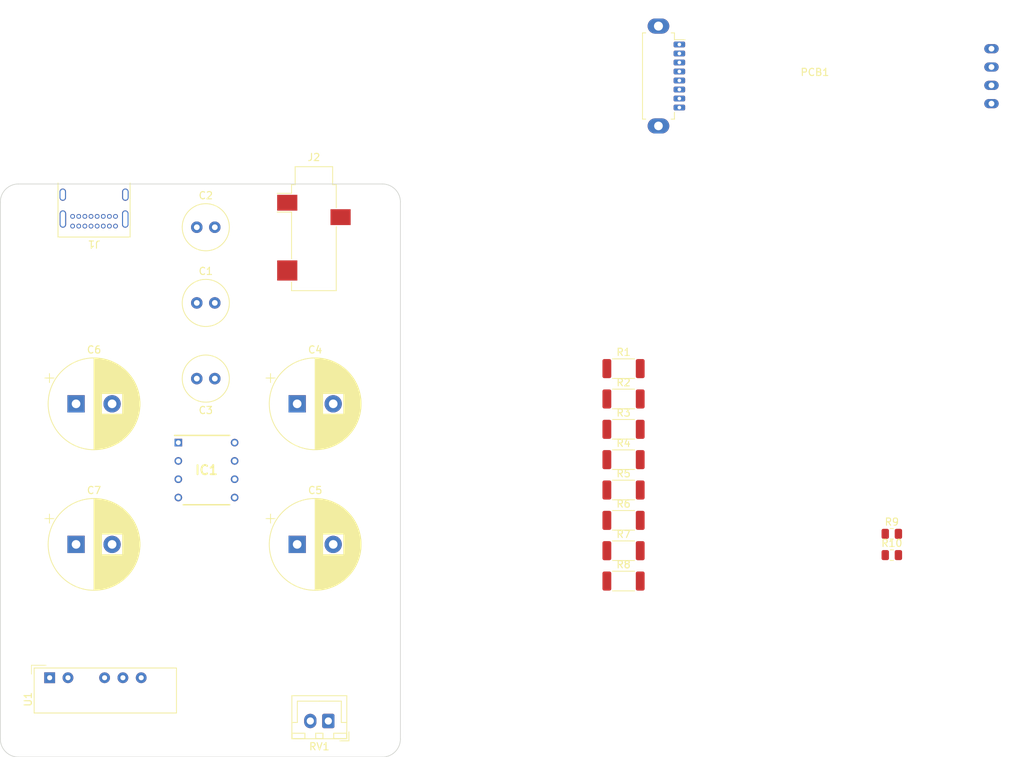
<source format=kicad_pcb>
(kicad_pcb (version 20221018) (generator pcbnew)

  (general
    (thickness 1.6)
  )

  (paper "A4")
  (layers
    (0 "F.Cu" signal)
    (31 "B.Cu" signal)
    (32 "B.Adhes" user "B.Adhesive")
    (33 "F.Adhes" user "F.Adhesive")
    (34 "B.Paste" user)
    (35 "F.Paste" user)
    (36 "B.SilkS" user "B.Silkscreen")
    (37 "F.SilkS" user "F.Silkscreen")
    (38 "B.Mask" user)
    (39 "F.Mask" user)
    (40 "Dwgs.User" user "User.Drawings")
    (41 "Cmts.User" user "User.Comments")
    (42 "Eco1.User" user "User.Eco1")
    (43 "Eco2.User" user "User.Eco2")
    (44 "Edge.Cuts" user)
    (45 "Margin" user)
    (46 "B.CrtYd" user "B.Courtyard")
    (47 "F.CrtYd" user "F.Courtyard")
    (48 "B.Fab" user)
    (49 "F.Fab" user)
    (50 "User.1" user)
    (51 "User.2" user)
    (52 "User.3" user)
    (53 "User.4" user)
    (54 "User.5" user)
    (55 "User.6" user)
    (56 "User.7" user)
    (57 "User.8" user)
    (58 "User.9" user)
  )

  (setup
    (pad_to_mask_clearance 0)
    (pcbplotparams
      (layerselection 0x00010fc_ffffffff)
      (plot_on_all_layers_selection 0x0000000_00000000)
      (disableapertmacros false)
      (usegerberextensions false)
      (usegerberattributes true)
      (usegerberadvancedattributes true)
      (creategerberjobfile true)
      (dashed_line_dash_ratio 12.000000)
      (dashed_line_gap_ratio 3.000000)
      (svgprecision 4)
      (plotframeref false)
      (viasonmask false)
      (mode 1)
      (useauxorigin false)
      (hpglpennumber 1)
      (hpglpenspeed 20)
      (hpglpendiameter 15.000000)
      (dxfpolygonmode true)
      (dxfimperialunits true)
      (dxfusepcbnewfont true)
      (psnegative false)
      (psa4output false)
      (plotreference true)
      (plotvalue true)
      (plotinvisibletext false)
      (sketchpadsonfab false)
      (subtractmaskfromsilk false)
      (outputformat 1)
      (mirror false)
      (drillshape 1)
      (scaleselection 1)
      (outputdirectory "")
    )
  )

  (net 0 "")
  (net 1 "Net-(IC1--IN)")
  (net 2 "Net-(IC1-+IN)")
  (net 3 "Net-(IC1-OUT)")
  (net 4 "Net-(PCB1-audio_in)")
  (net 5 "Net-(IC1-V+)")
  (net 6 "GND")
  (net 7 "Net-(IC1-V-)")
  (net 8 "/USB+")
  (net 9 "/USB-")
  (net 10 "Net-(IC1-RG1)")
  (net 11 "Net-(IC1-RG2)")
  (net 12 "Net-(U1-VOUT+)")
  (net 13 "Net-(U1-VOUT-)")
  (net 14 "Net-(PCB1-USB_D-)")
  (net 15 "Net-(PCB1-USB_D+)")
  (net 16 "Net-(C1-Pad1)")
  (net 17 "Net-(C2-Pad2)")
  (net 18 "Net-(J1-CC1)")
  (net 19 "unconnected-(J1-SBU1-PadA8)")
  (net 20 "Net-(J1-CC2)")
  (net 21 "unconnected-(J1-SBU2-PadB8)")
  (net 22 "unconnected-(J1-SHIELD-PadS1)")

  (footprint "Project_Library:USB Audio Interface" (layer "F.Cu") (at 220.5 35))

  (footprint "Resistor_SMD:R_2010_5025Metric" (layer "F.Cu") (at 186.455 79.825))

  (footprint "Capacitor_THT:CP_Radial_D12.5mm_P5.00mm" (layer "F.Cu") (at 141.176041 80.5))

  (footprint "Capacitor_THT:CP_Radial_D12.5mm_P5.00mm" (layer "F.Cu") (at 110.5 80.5))

  (footprint "Connector_JST:JST_XH_B2B-XH-A_1x02_P2.50mm_Vertical" (layer "F.Cu") (at 145.5 124.5 180))

  (footprint "Resistor_SMD:R_2010_5025Metric" (layer "F.Cu") (at 186.455 92.455))

  (footprint "Resistor_SMD:R_2010_5025Metric" (layer "F.Cu") (at 186.455 88.245))

  (footprint "Connector_Audio:Jack_3.5mm_CUI_SJ-3523-SMT_Horizontal" (layer "F.Cu") (at 143.5 56.2))

  (footprint "Capacitor_THT:CP_Radial_D12.5mm_P5.00mm" (layer "F.Cu") (at 141.176041 100))

  (footprint "Resistor_SMD:R_0805_2012Metric" (layer "F.Cu") (at 223.675 101.485))

  (footprint "Converter_DCDC:Converter_DCDC_Murata_NMAxxxxSC_THT" (layer "F.Cu") (at 106.84 118.5 90))

  (footprint "Capacitor_THT:CP_Radial_D12.5mm_P5.00mm" (layer "F.Cu")
    (tstamp 8ec42702-6c4d-4ba7-9b83-8c49406a84fa)
    (at 110.5 100)
    (descr "CP, Radial series, Radial, pin pitch=5.00mm, , diameter=12.5mm, Electrolytic Capacitor")
    (tags "CP Radial series Radial pin pitch 5.00mm  diameter 12.5mm Electrolytic Capacitor")
    (property "Sheetfile" "diy perks mic.kicad_sch")
    (property "Sheetname" "")
    (property "ki_description" "Polarized capacitor")
    (property "ki_keywords" "cap capacitor")
    (path "/d8403b10-25c5-4e06-8967-255d80670e8e")
    (attr through_hole)
    (fp_text reference "C7" (at 2.5 -7.5) (layer "F.SilkS")
        (effects (font (size 1 1) (thickness 0.15)))
      (tstamp fbc4c5bd-17dd-4a17-9556-1e1a7ab63694)
    )
    (fp_text value "2200uF" (at 2.5 7.5) (layer "F.Fab")
        (effects (font (size 1 1) (thickness 0.15)))
      (tstamp 7757f95d-b3e5-47b0-9bbd-1fd2f690e6dd)
    )
    (fp_text user "${REFERENCE}" (at 2.5 0) (layer "F.Fab")
        (effects (font (size 1 1) (thickness 0.15)))
      (tstamp ac01b175-5a5e-4299-b8c0-33011c8f541e)
    )
    (fp_line (start -4.317082 -3.575) (end -3.067082 -3.575)
      (stroke (width 0.12) (type solid)) (layer "F.SilkS") (tstamp 0dd9c375-8c59-4ade-832c-ad784bcfa6be))
    (fp_line (start -3.692082 -4.2) (end -3.692082 -2.95)
      (stroke (width 0.12) (type solid)) (layer "F.SilkS") (tstamp 640f2a55-bbff-475f-ac92-239f34093dea))
    (fp_line (start 2.5 -6.33) (end 2.5 6.33)
      (stroke (width 0.12) (type solid)) (layer "F.SilkS") (tstamp 403e113b-053b-4c0b-8f85-8ab0a1f345a5))
    (fp_line (start 2.54 -6.33) (end 2.54 6.33)
      (stroke (width 0.12) (type solid)) (layer "F.SilkS") (tstamp 5d37ded2-6beb-4717-854b-6a145a95fae3))
    (fp_line (start 2.58 -6.33) (end 2.58 6.33)
      (stroke (width 0.12) (type solid)) (layer "F.SilkS") (tstamp 2631da23-feae-4349-b77c-896fdb60607f))
    (fp_line (start 2.62 -6.329) (end 2.62 6.329)
      (stroke (width 0.12) (type solid)) (layer "F.SilkS") (tstamp 2bf6e1ee-455b-4515-b6de-03812e096c09))
    (fp_line (start 2.66 -6.328) (end 2.66 6.328)
      (stroke (width 0.12) (type solid)) (layer "F.SilkS") (tstamp cdfa08a9-2361-4920-88cb-b068daab0412))
    (fp_line (start 2.7 -6.327) (end 2.7 6.327)
      (stroke (width 0.12) (type solid)) (layer "F.SilkS") (tstamp 833762f2-0dbe-4bc1-9a3c-a6077bfee019))
    (fp_line (start 2.74 -6.326) (end 2.74 6.326)
      (stroke (width 0.12) (type solid)) (layer "F.SilkS") (tstamp e1f90687-2161-4d19-96bc-24dcd5aedb89))
    (fp_line (start 2.78 -6.324) (end 2.78 6.324)
      (stroke (width 0.12) (type solid)) (layer "F.SilkS") (tstamp 68006152-5416-4049-a43a-baaff9b00988))
    (fp_line (start 2.82 -6.322) (end 2.82 6.322)
      (stroke (width 0.12) (type solid)) (layer "F.SilkS") (tstamp 5430a0d9-a153-4417-aae8-a0dc7c451d12))
    (fp_line (start 2.86 -6.32) (end 2.86 6.32)
      (stroke (width 0.12) (type solid)) (layer "F.SilkS") (tstamp 66e42e61-56e5-403d-b082-571626064857))
    (fp_line (start 2.9 -6.318) (end 2.9 6.318)
      (stroke (width 0.12) (type solid)) (layer "F.SilkS") (tstamp cc4c32b1-aea8-4f08-8d4e-5ab9d84bd62c))
    (fp_line (start 2.94 -6.315) (end 2.94 6.315)
      (stroke (width 0.12) (type solid)) (layer "F.SilkS") (tstamp c4671794-a295-4e54-8d2f-ba9d8192dc8d))
    (fp_line (start 2.98 -6.312) (end 2.98 6.312)
      (stroke (width 0.12) (type solid)) (layer "F.SilkS") (tstamp 2ddd6020-5d1f-4766-a00d-327b5d37ab8a))
    (fp_line (start 3.02 -6.309) (end 3.02 6.309)
      (stroke (width 0.12) (type solid)) (layer "F.SilkS") (tstamp cd5489aa-9449-4de1-b3eb-3e11974e63a5))
    (fp_line (start 3.06 -6.306) (end 3.06 6.306)
      (stroke (width 0.12) (type solid)) (layer "F.SilkS") (tstamp b5a19f0b-6e76-4d63-ba8c-92753fdc0de5))
    (fp_line (start 3.1 -6.302) (end 3.1 6.302)
      (stroke (width 0.12) (type solid)) (layer "F.SilkS") (tstamp 34eb2b64-8be2-4ef7-bd40-c4e610deae7a))
    (fp_line (start 3.14 -6.298) (end 3.14 6.298)
      (stroke (width 0.12) (type solid)) (layer "F.SilkS") (tstamp 5f48ed2b-909b-444e-9d95-44a445fc876c))
    (fp_line (start 3.18 -6.294) (end 3.18 6.294)
      (stroke (width 0.12) (type solid)) (layer "F.SilkS") (tstamp 971c4419-3daa-4145-a378-9277cb05c827))
    (fp_line (start 3.221 -6.29) (end 3.221 6.29)
      (stroke (width 0.12) (type solid)) (layer "F.SilkS") (tstamp 70e5c2d2-8c4f-449e-b8aa-57dcdbdfc33e))
    (fp_line (start 3.261 -6.285) (end 3.261 6.285)
      (stroke (width 0.12) (type solid)) (layer "F.SilkS") (tstamp fb561835-98ff-4313-8c98-ef6452110ed0))
    (fp_line (start 3.301 -6.28) (end 3.301 6.28)
      (stroke (width 0.12) (type solid)) (layer "F.SilkS") (tstamp ece4e4bd-7205-4ed8-bd1a-a5907065dd65))
    (fp_line (start 3.341 -6.275) (end 3.341 6.275)
      (stroke (width 0.12) (type solid)) (layer "F.SilkS") (tstamp 3edd463a-881a-4877-885d-40fd9b5ff2d2))
    (fp_line (start 3.381 -6.269) (end 3.381 6.269)
      (stroke (width 0.12) (type solid)) (layer "F.SilkS") (tstamp 32d2bc9f-29c0-4de4-9221-904e7e082132))
    (fp_line (start 3.421 -6.264) (end 3.421 6.264)
      (stroke (width 0.12) (type solid)) (layer "F.SilkS") (tstamp 54910ca2-73dd-4f27-ae7e-bfc38e96b66c))
    (fp_line (start 3.461 -6.258) (end 3.461 6.258)
      (stroke (width 0.12) (type solid)) (layer "F.SilkS") (tstamp 3aa66446-8d53-44f7-b961-530ecb233de1))
    (fp_line (start 3.501 -6.252) (end 3.501 6.252)
      (stroke (width 0.12) (type solid)) (layer "F.SilkS") (tstamp f4b259cf-afa1-4377-bee4-02506de06890))
    (fp_line (start 3.541 -6.245) (end 3.541 6.245)
      (stroke (width 0.12) (type solid)) (layer "F.SilkS") (tstamp 2cb62290-1a97-438f-9ed5-a142e14446e3))
    (fp_line (start 3.581 -6.238) (end 3.581 -1.44)
      (stroke (width 0.12) (type solid)) (layer "F.SilkS") (tstamp 56f5ca35-f06f-4657-b716-2e95379d8f3d))
    (fp_line (start 3.581 1.44) (end 3.581 6.238)
      (stroke (width 0.12) (type solid)) (layer "F.SilkS") (tstamp 50ada402-e1cb-4d1f-92e9-b08f86498648))
    (fp_line (start 3.621 -6.231) (end 3.621 -1.44)
      (stroke (width 0.12) (type solid)) (layer "F.SilkS") (tstamp d8db5540-ac80-4d77-869a-7a435a1a0d76))
    (fp_line (start 3.621 1.44) (end 3.621 6.231)
      (stroke (width 0.12) (type solid)) (layer "F.SilkS") (tstamp eda6dc1f-d273-4939-8594-6a3145a8cd1e))
    (fp_line (start 3.661 -6.224) (end 3.661 -1.44)
      (stroke (width 0.12) (type solid)) (layer "F.SilkS") (tstamp f150c4d4-bd9a-446f-9d6e-4a1b0298b2eb))
    (fp_line (start 3.661 1.44) (end 3.661 6.224)
      (stroke (width 0.12) (type solid)) (layer "F.SilkS") (tstamp 4692770e-0d90-414c-883c-a80411573e08))
    (fp_line (start 3.701 -6.216) (end 3.701 -1.44)
      (stroke (width 0.12) (type solid)) (layer "F.SilkS") (tstamp 9849597b-06de-472d-9dd8-039d68878013))
    (fp_line (start 3.701 1.44) (end 3.701 6.216)
      (stroke (width 0.12) (type solid)) (layer "F.SilkS") (tstamp 3eca6903-a11d-4847-8e21-9e0e4aa99e33))
    (fp_line (start 3.741 -6.209) (end 3.741 -1.44)
      (stroke (width 0.12) (type solid)) (layer "F.SilkS") (tstamp 13f76899-0684-4632-8295-a680cdc75eaa))
    (fp_line (start 3.741 1.44) (end 3.741 6.209)
      (stroke (width 0.12) (type solid)) (layer "F.SilkS") (tstamp 3119a166-8339-45f1-81ed-98e2777716e2))
    (fp_line (start 3.781 -6.201) (end 3.781 -1.44)
      (stroke (width 0.12) (type solid)) (layer "F.SilkS") (tstamp 2347e7ff-58cd-4cf5-a6e8-49e10f63a26c))
    (fp_line (start 3.781 1.44) (end 3.781 6.201)
      (stroke (width 0.12) (type solid)) (layer "F.SilkS") (tstamp 9de10e6f-d48d-460e-bf32-ca7d6e9fb81a))
    (fp_line (start 3.821 -6.192) (end 3.821 -1.44)
      (stroke (width 0.12) (type solid)) (layer "F.SilkS") (tstamp 8cb1927b-203f-43b1-8b91-3931649d04c1))
    (fp_line (start 3.821 1.44) (end 3.821 6.192)
      (stroke (width 0.12) (type solid)) (layer "F.SilkS") (tstamp 6cf216ae-b3ff-47c8-b053-faf9ffe19295))
    (fp_line (start 3.861 -6.184) (end 3.861 -1.44)
      (stroke (width 0.12) (type solid)) (layer "F.SilkS") (tstamp d37e1a9d-e818-4db4-a694-913fc6346b72))
    (fp_line (start 3.861 1.44) (end 3.861 6.184)
      (stroke (width 0.12) (type solid)) (layer "F.SilkS") (tstamp 2a10eda3-a5cb-462a-a63b-1544b3eb0557))
    (fp_line (start 3.901 -6.175) (end 3.901 -1.44)
      (stroke (width 0.12) (type solid)) (layer "F.SilkS") (tstamp b1e604b2-3540-45ac-a45a-48b162407929))
    (fp_line (start 3.901 1.44) (end 3.901 6.175)
      (stroke (width 0.12) (type solid)) (layer "F.SilkS") (tstamp 0c40a3de-1415-4588-be81-3866a2a25405))
    (fp_line (start 3.941 -6.166) (end 3.941 -1.44)
      (stroke (width 0.12) (type solid)) (layer "F.SilkS") (tstamp c6c71d41-1fa3-4bf1-be0d-667381427e44))
    (fp_line (start 3.941 1.44) (end 3.941 6.166)
      (stroke (width 0.12) (type solid)) (layer "F.SilkS") (tstamp 095cfc14-5cb0-4e77-a0a1-98a81cf85194))
    (fp_line (start 3.981 -6.156) (end 3.981 -1.44)
      (stroke (width 0.12) (type solid)) (layer "F.SilkS") (tstamp 1403ac42-d7c6-4ff8-9ef2-cd51738d06cc))
    (fp_line (start 3.981 1.44) (end 3.981 6.156)
      (stroke (width 0.12) (type solid)) (layer "F.SilkS") (tstamp 20f52b30-372c-4fa8-8d3b-21ecb1317db2))
    (fp_line (start 4.021 -6.146) (end 4.021 -1.44)
      (stroke (width 0.12) (type solid)) (layer "F.SilkS") (tstamp ed430098-0a05-47e8-a40c-cd665bd11c9c))
    (fp_line (start 4.021 1.44) (end 4.021 6.146)
      (stroke (width 0.12) (type solid)) (layer "F.SilkS") (tstamp 9085d6c9-1fad-43cc-8388-a18f7d691122))
    (fp_line (start 4.061 -6.137) (end 4.061 -1.44)
      (stroke (width 0.12) (type solid)) (layer "F.SilkS") (tstamp b14be80e-783b-4df6-8c3b-e93c74c884d4))
    (fp_line (start 4.061 1.44) (end 4.061 6.137)
      (stroke (width 0.12) (type solid)) (layer "F.SilkS") (tstamp 98b9534b-dfaa-441d-931c-00cfaf6371e4))
    (fp_line (start 4.101 -6.126) (end 4.101 -1.44)
      (stroke (width 0.12) (type solid)) (layer "F.SilkS") (tstamp 60e65e28-7dc6-4f56-9622-8e6a809a6379))
    (fp_line (start 4.101 1.44) (end 4.101 6.126)
      (stroke (width 0.12) (type solid)) (layer "F.SilkS") (tstamp b443394a-1509-4a4a-9d8a-0bef3e023801))
    (fp_line (start 4.141 -6.116) (end 4.141 -1.44)
      (stroke (width 0.12) (type solid)) (layer "F.SilkS") (tstamp de4791a6-8167-4247-95e6-d387ff406949))
    (fp_line (start 4.141 1.44) (end 4.141 6.116)
      (stroke (width 0.12) (type solid)) (layer "F.SilkS") (tstamp b26266ce-486c-43e9-9104-f3b4494179a8))
    (fp_line (start 4.181 -6.105) (end 4.181 -1.44)
      (stroke (width 0.12) (type solid)) (layer "F.SilkS") (tstamp f54f6927-0668-4604-8048-48ac0d40927c))
    (fp_line (start 4.181 1.44) (end 4.181 6.105)
      (stroke (width 0.12) (type solid)) (layer "F.SilkS") (tstamp 6b5a2095-c3d0-4e4b-a32b-5d5413ea8583))
    (fp_line (start 4.221 -6.094) (end 4.221 -1.44)
      (stroke (width 0.12) (type solid)) (layer "F.SilkS") (tstamp 0c33251b-295b-4ca1-a82d-1d214355b0e3))
    (fp_line (start 4.221 1.44) (end 4.221 6.094)
      (stroke (width 0.12) (type solid)) (layer "F.SilkS") (tstamp abb6254b-ff7b-4e6d-a926-6966d3979f43))
    (fp_line (start 4.261 -6.083) (end 4.261 -1.44)
      (stroke (width 0.12) (type solid)) (layer "F.SilkS") (tstamp 61826cdd-5837-42bf-ad90-3ef830020007))
    (fp_line (start 4.261 1.44) (end 4.261 6.083)
      (stroke (width 0.12) (type solid)) (layer "F.SilkS") (tstamp 3ac36d42-b563-42d2-8127-b397b2f51afe))
    (fp_line (start 4.301 -6.071) (end 4.301 -1.44)
      (stroke (width 0.12) (type solid)) (layer "F.SilkS") (tstamp 086ad2be-a8e7-4da4-bcf4-cf6b523ae12c))
    (fp_line (start 4.301 1.44) (end 4.301 6.071)
      (stroke (width 0.12) (type solid)) (layer "F.SilkS") (tstamp ee181a20-ab1f-4ccc-9961-2e7643eab45e))
    (fp_line (start 4.341 -6.059) (end 4.341 -1.44)
      (stroke (width 0.12) (type solid)) (layer "F.SilkS") (tstamp b5bca1c3-5aa6-4054-a56d-e94749f81229))
    (fp_line (start 4.341 1.44) (end 4.341 6.059)
      (stroke (width 0.12) (type solid)) (layer "F.SilkS") (tstamp 9852e41d-5831-4ed5-aeb0-5b981edc3d2c))
    (fp_line (start 4.381 -6.047) (end 4.381 -1.44)
      (stroke (width 0.12) (type solid)) (layer "F.SilkS") (tstamp 7db0bffc-71bf-43a1-8271-cdc02e3cb8bc))
    (fp_line (start 4.381 1.44) (end 4.381 6.047)
      (stroke (width 0.12) (type solid)) (layer "F.SilkS") (tstamp 9f2d3325-2984-462e-a2be-fdb4e8e1b506))
    (fp_line (start 4.421 -6.034) (end 4.421 -1.44)
      (stroke (width 0.12) (type solid)) (layer "F.SilkS") (tstamp 7a25d7c1-1f9b-47be-9a15-492de4495cf8))
    (fp_line (start 4.421 1.44) (end 4.421 6.034)
      (stroke (width 0.12) (type solid)) (layer "F.SilkS") (tstamp 67cc5669-1aed-4f03-a49c-0a1fbdb0bf76))
    (fp_line (start 4.461 -6.021) (end 4.461 -1.44)
      (stroke (width 0.12) (type solid)) (layer "F.SilkS") (tstamp d22540ca-d711-48bf-a845-40588e1b75b3))
    (fp_line (start 4.461 1.44) (end 4.461 6.021)
      (stroke (width 0.12) (type solid)) (layer "F.SilkS") (tstamp 5dff8ff0-f224-446f-bee9-ebdd1cf30423))
    (fp_line (start 4.501 -6.008) (end 4.501 -1.44)
      (stroke (width 0.12) (type solid)) (layer "F.SilkS") (tstamp 6eac02b5-cc79-4172-aff4-1d0304bad4f2))
    (fp_line (start 4.501 1.44) (end 4.501 6.008)
      (stroke (width 0.12) (type solid)) (layer "F.SilkS") (tstamp 2aed384c-6c4e-4d84-b250-e8deff6be89e))
    (fp_line (start 4.541 -5.995) (end 4.541 -1.44)
      (stroke (width 0.12) (type solid)) (layer "F.SilkS") (tstamp 976bb8df-2e07-49c0-b423-68e1a027b8c2))
    (fp_line (start 4.541 1.44) (end 4.541 5.995)
      (stroke (width 0.12) (type solid)) (layer "F.SilkS") (tstamp c5830375-1df4-41c0-ab7d-e534e2e353b1))
    (fp_line (start 4.581 -5.981) (end 4.581 -1.44)
      (stroke (width 0.12) (type solid)) (layer "F.SilkS") (tstamp 2ef9ad76-2318-47e0-8c31-fc9ab2c48d0c))
    (fp_line (start 4.581 1.44) (end 4.581 5.981)
      (stroke (width 0.12) (type solid)) (layer "F.SilkS") (tstamp 28206db4-00ee-4c08-bc51-f71169a1e9da))
    (fp_line (start 4.621 -5.967) (end 4.621 -1.44)
      (stroke (width 0.12) (type solid)) (layer "F.SilkS") (tstamp 72fce2f1-3644-4a24-84fe-78541e5e965c))
    (fp_line (start 4.621 1.44) (end 4.621 5.967)
      (stroke (width 0.12) (type solid)) (layer "F.SilkS") (tstamp 107c94bc-5ecf-4539-a50d-a6c3dceefb9e))
    (fp_line (start 4.661 -5.953) (end 4.661 -1.44)
      (stroke (width 0.12) (type solid)) (layer "F.SilkS") (tstamp 8b46a042-63ed-419d-ae9c-277618a7618e))
    (fp_line (start 4.661 1.44) (end 4.661 5.953)
      (stroke (width 0.12) (type solid)) (layer "F.SilkS") (tstamp 6f33cd98-d41f-4f36-b36f-4bd408e01341))
    (fp_line (start 4.701 -5.939) (end 4.701 -1.44)
      (stroke (width 0.12) (type solid)) (layer "F.SilkS") (tstamp 5a2dee0e-624a-449b-8e67-e131b58ccd78))
    (fp_line (start 4.701 1.44) (end 4.701 5.939)
      (stroke (width 0.12) (type solid)) (layer "F.SilkS") (tstamp 59c753e5-963f-401e-9c72-ca5789d9be6c))
    (fp_line (start 4.741 -5.924) (end 4.741 -1.44)
      (stroke (width 0.12) (type solid)) (layer "F.SilkS") (tstamp 6d902ea7-3da0-43c3-a26a-b8555003df2b))
    (fp_line (start 4.741 1.44) (end 4.741 5.924)
      (stroke (width 0.12) (type solid)) (layer "F.SilkS") (tstamp 78c69f2e-1fbf-40cd-88c1-c37caba1bdbd))
    (fp_line (start 4.781 -5.908) (end 4.781 -1.44)
      (stroke (width 0.12) (type solid)) (layer "F.SilkS") (tstamp f4e539e0-f57a-47c1-b154-0aae2c8ea893))
    (fp_line (start 4.781 1.44) (end 4.781 5.908)
      (stroke (width 0.12) (type solid)) (layer "F.SilkS") (tstamp 7a276696-315f-405c-a2e1-34b8695c2b4d))
    (fp_line (start 4.821 -5.893) (end 4.821 -1.44)
      (stroke (width 0.12) (type solid)) (layer "F.SilkS") (tstamp ba6abc74-ee49-4b8e-8f79-8c2d8278124a))
    (fp_line (start 4.821 1.44) (end 4.821 5.893)
      (stroke (width 0.12) (type solid)) (layer "F.SilkS") (tstamp d134eb7c-7a0d-4c8e-a900-f1e195bd1432))
    (fp_line (start 4.861 -5.877) (end 4.861 -1.44)
      (stroke (width 0.12) (type solid)) (layer "F.SilkS") (tstamp 222dea81-6f0f-4043-9f06-68849a46032f))
    (fp_line (start 4.861 1.44) (end 4.861 5.877)
      (stroke (width 0.12) (type solid)) (layer "F.SilkS") (tstamp 5b5f0579-3e49-4341-ac91-3e5dac158795))
    (fp_line (start 4.901 -5.861) (end 4.901 -1.44)
      (stroke (width 0.12) (type solid)) (layer "F.SilkS") (tstamp 638b8775-ba90-48ca-955a-610653655853))
    (fp_line (start 4.901 1.44) (end 4.901 5.861)
      (stroke (width 0.12) (type solid)) (layer "F.SilkS") (tstamp 70c5ee7f-3e33-41e6-a795-5bc5407e6d4e))
    (fp_line (start 4.941 -5.845) (end 4.941 -1.44)
      (stroke (width 0.12) (type solid)) (layer "F.SilkS") (tstamp 792c3c2b-e808-4896-9b2e-215a00e07e62))
    (fp_line (start 4.941 1.44) (end 4.941 5.845)
      (stroke (width 0.12) (type solid)) (layer "F.SilkS") (tstamp 3689e8aa-e217-4626-93ff-5d2b27b3508d))
    (fp_line (start 4.981 -5.828) (end 4.981 -1.44)
      (stroke (width 0.12) (type solid)) (layer "F.SilkS") (tstamp c5612d57-8354-49e2-b2ba-d18f4e42446c))
    (fp_line (start 4.981 1.44) (end 4.981 5.828)
      (stroke (width 0.12) (type solid)) (layer "F.SilkS") (tstamp e7850ec3-a8a1-4f91-a0e7-68dd3965b68f))
    (fp_line (start 5.021 -5.811) (end 5.021 -1.44)
      (stroke (width 0.12) (type solid)) (layer "F.SilkS") (tstamp ea16344b-6612-49ad-9600-bd7042dd70e6))
    (fp_line (start 5.021 1.44) (end 5.021 5.811)
      (stroke (width 0.12) (type solid)) (layer "F.SilkS") (tstamp 3edc3563-561f-4e6c-b68a-7d3e5cf8dc60))
    (fp_line (start 5.061 -5.793) (end 5.061 -1.44)
      (stroke (width 0.12) (type solid)) (layer "F.SilkS") (tstamp 52b9fe14-4fb1-4b2b-bec3-3833983e2b4d))
    (fp_line (start 5.061 1.44) (end 5.061 5.793)
      (stroke (width 0.12) (type solid)) (layer "F.SilkS") (tstamp 1446a67f-9d7e-4ac6-af00-3fad4f10ab30))
    (fp_line (start 5.101 -5.776) (end 5.101 -1.44)
      (stroke (width 0.12) (type solid)) (layer "F.SilkS") (tstamp e5d26305-9f23-4b52-8255-40282540a406))
    (fp_line (start 5.101 1.44) (end 5.101 5.776)
      (stroke (width 0.12) (type solid)) (layer "F.SilkS") (tstamp 2d1aa369-f3fe-49a4-ae74-83e7f480cdf2))
    (fp_line (start 5.141 -5.758) (end 5.141 -1.44)
      (stroke (width 0.12) (type solid)) (layer "F.SilkS") (tstamp d09714c6-0621-4691-9a3c-2e0375a4c92c))
    (fp_line (start 5.141 1.44) (end 5.141 5.758)
      (stroke (width 0.12) (type solid)) (layer "F.SilkS") (tstamp 98a69511-9cc5-437f-b1fc-9c2bf71f84e5))
    (fp_line (start 5.181 -5.739) (end 5.181 -1.44)
      (stroke (width 0.12) (type solid)) (layer "F.SilkS") (tstamp 40709c7d-d554-4290-8592-c243301c80fc))
    (fp_line (start 5.181 1.44) (end 5.181 5.739)
      (stroke (width 0.12) (type solid)) (layer "F.SilkS") (tstamp 47652f1a-7988-4b92-a524-da1a8cd57659))
    (fp_line (start 5.221 -5.721) (end 5.221 -1.44)
      (stroke (width 0.12) (type solid)) (layer "F.SilkS") (tstamp e984517a-ef7b-4ac1-b92f-630431f2573e))
    (fp_line (start 5.221 1.44) (end 5.221 5.721)
      (stroke (width 0.12) (type solid)) (layer "F.SilkS") (tstamp 8ff730f1-7fcb-4f40-a6d9-89bf323d9118))
    (fp_line (start 5.261 -5.702) (end 5.261 -1.44)
      (stroke (width 0.12) (type solid)) (layer "F.SilkS") (tstamp 43ce7be9-434f-43b7-8a13-5633c91c3f1b))
    (fp_line (start 5.261 1.44) (end 5.261 5.702)
      (stroke (width 0.12) (type solid)) (layer "F.SilkS") (tstamp 01bc0ee6-a2f7-4fe9-af7a-c79258b4b5fc))
    (fp_line (start 5.301 -5.682) (end 5.301 -1.44)
      (stroke (width 0.12) (type solid)) (layer "F.SilkS") (tstamp 66083408-f154-4fee-b1d4-3b3671d54cc1))
    (fp_line (start 5.301 1.44) (end 5.301 5.682)
      (stroke (width 0.12) (type solid)) (layer "F.SilkS") (tstamp 48163f56-6003-4d72-8eac-0fcc702f6950))
    (fp_line (start 5.341 -5.662) (end 5.341 -1.44)
      (stroke (width 0.12) (type solid)) (layer "F.SilkS") (tstamp 7ca134ff-f2c6-4e88-9489-c16ae10ac267))
    (fp_line (start 5.341 1.44) (end 5.341 5.662)
      (stroke (width 0.12) (type solid)) (layer "F.SilkS") (tstamp 92b2ee30-368d-4044-b713-a6841a1e5c0e))
    (fp_line (start 5.381 -5.642) (end 5.381 -1.44)
      (stroke (width 0.12) (type solid)) (layer "F.SilkS") (tstamp 04574d79-55b9-408d-9cee-72bc547f0b98))
    (fp_line (start 5.381 1.44) (end 5.381 5.642)
      (stroke (width 0.12) (type solid)) (layer "F.SilkS") (tstamp b224cea1-76bb-47f6-bc55-d3f734b98ff2))
    (fp_line (start 5.421 -5.622) (end 5.421 -1.44)
      (stroke (width 0.12) (type solid)) (layer "F.SilkS") (tstamp 8e6b7e37-c144-4078-956c-53e03db0eaaa))
    (fp_line (start 5.421 1.44) (end 5.421 5.622)
      (stroke (width 0.12) (type solid)) (layer "F.SilkS") (tstamp eb8e01a0-92da-48de-aef3-0296de124c69))
    (fp_line (start 5.461 -5.601) (end 5.461 -1.44)
      (stroke (width 0.12) (type solid)) (layer "F.SilkS") (tstamp 1c2bcaed-815e-4bff-89a1-c15943d05cb0))
    (fp_line (start 5.461 1.44) (end 5.461 5.601)
      (stroke (width 0.12) (type solid)) (layer "F.SilkS") (tstamp 4a865579-7fc3-4639-b186-2c1655687817))
    (fp_line (start 5.501 -5.58) (end 5.501 -1.44)
      (stroke (width 0.12) (type solid)) (layer "F.SilkS") (tstamp 3a89f002-890b-4bf3-ae70-bce3534cfa46))
    (fp_line (start 5.501 1.44) (end 5.501 5.58)
      (stroke (width 0.12) (type solid)) (layer "F.SilkS") (tstamp 329c366d-8488-456d-8a2f-0da8fb36f2b3))
    (fp_line (start 5.541 -5.558) (end 5.541 -1.44)
      (stroke (width 0.12) (type solid)) (layer "F.SilkS") (tstamp d6c850a7-b45f-46e2-ac63-6ecbddcd6cd6))
    (fp_line (start 5.541 1.44) (end 5.541 5.558)
      (stroke (width 0.12) (type solid)) (layer "F.SilkS") (tstamp 659a3c45-5cb2-4d0f-88d0-e4d3b026042b))
    (fp_line (start 5.581 -5.536) (end 5.581 -1.44)
      (stroke (width 0.12) (type solid)) (layer "F.SilkS") (tstamp 307a5d9e-f7a2-48ec-9dda-a9f18a052b1b))
    (fp_line (start 5.581 1.44) (end 5.581 5.536)
      (stroke (width 0.12) (type solid)) (layer "F.SilkS") (tstamp edd7bf35-2b3a-42e0-8cd0-5946a80f2031))
    (fp_line (start 5.621 -5.514) (end 5.621 -1.44)
      (stroke (width 0.12) (type solid)) (layer "F.SilkS") (tstamp a867aa23-6f74-444d-bf9a-d3967b646853))
    (fp_line (start 5.621 1.44) (end 5.621 5.514)
      (stroke (width 0.12) (type solid)) (layer "F.SilkS") (tstamp 322401d1-1596-4096-83e3-b2587d60fc74))
    (fp_line (start 5.661 -5.491) (end 5.661 -1.44)
      (stroke (width 0.12) (type solid)) (layer "F.SilkS") (tstamp 32937adf-595a-4163-a158-103fe8d294e4))
    (fp_line (start 5.661 1.44) (end 5.661 5.491)
      (stroke (width 0.12) (type solid)) (layer "F.SilkS") (tstamp 1b21c97a-c2d7-487e-818a-04fcb4ea1acf))
    (fp_line (start 5.701 -5.468) (end 5.701 -1.44)
      (stroke (width 0.12) (type solid)) (layer "F.SilkS") (tstamp 61fe8447-c7da-4158-8f98-145f5b9fb141))
    (fp_line (start 5.701 1.44) (end 5.701 5.468)
      (stroke (width 0.12) (type solid)) (layer "F.SilkS") (tstamp 9db73a28-4119-4e81-8ab2-7c4df294980e))
    (fp_line (start 5.741 -5.445) (end 5.741 -1.44)
      (stroke (width 0.12) (type solid)) (layer "F.SilkS") (tstamp bc1f8480-6d0d-40d2-99c2-beb9956ec934))
    (fp_line (start 5.741 1.44) (end 5.741 5.445)
      (stroke (width 0.12) (type solid)) (layer "F.SilkS") (tstamp 77687ea4-f414-45af-82cc-0132235a6c54))
    (fp_line (start 5.781 -5.421) (end 5.781 -1.44)
      (stroke (width 0.12) (type solid)) (layer "F.SilkS") (tstamp 2ed75b36-0065-4d73-964e-7772c64fa58e))
    (fp_line (start 5.781 1.44) (end 5.781 5.421)
      (stroke (width 0.12) (type solid)) (layer "F.SilkS") (tstamp b9738531-3b33-4868-b9a6-1b6cbc22bd70))
    (fp_line (start 5.821 -5.397) (end 5.821 -1.44)
      (stroke (width 0.12) (type solid)) (layer "F.SilkS") (tstamp dc987402-d282-4e54-af18-32d3634cf48b))
    (fp_line (start 5.821 1.44) (end 5.821 5.397)
      (stroke (width 0.12) (type solid)) (layer "F.SilkS") (tstamp 7d345929-5353-4975-b344-eaa5b5767dbc))
    (fp_line (start 5.861 -5.372) (end 5.861 -1.44)
      (stroke (width 0.12) (type solid)) (layer "F.SilkS") (tstamp 8f2d61ef-833c-4491-843c-5ef64b676d55))
    (fp_line (start 5.861 1.44) (end 5.861 5.372)
      (stroke (width 0.12) (type solid)) (layer "F.SilkS") (tstamp ce7e9751-f135-4932-a87b-a1b3e277b9d4))
    (fp_line (start 5.901 -5.347) (end 5.901 -1.44)
      (stroke (width 0.12) (type solid)) (layer "F.SilkS") (tstamp b3d7d5c3-ec15-4f20-9f20-e4f9b0a29907))
    (fp_line (start 5.901 1.44) (end 5.901 5.347)
      (stroke (width 0.12) (type solid)) (layer "F.SilkS") (tstamp 587f33e8-a154-4e64-ba8d-59b7c5905122))
    (fp_line (start 5.941 -5.322) (end 5.941 -1.44)
      (stroke (width 0.12) (type solid)) (layer "F.SilkS") (tstamp 1b660480-6ee6-497a-97e6-a218a434b5a0))
    (fp_line (start 5.941 1.44) (end 5.941 5.322)
      (stroke (width 0.12) (type solid)) (layer "F.SilkS") (tstamp 01b628a8-557b-4e61-b8b8-0116c466de42))
    (fp_line (start 5.981 -5.296) (end 5.981 -1.44)
      (stroke (width 0.12) (type solid)) (layer "F.SilkS") (tstamp 5bc25246-044a-4786-b5be-5ed704482526))
    (fp_line (start 5.981 1.44) (end 5.981 5.296)
      (stroke (width 0.12) (type solid)) (layer "F.SilkS") (tstamp cbf97aef-ad80-4ca2-9f7a-6948917bbf2d))
    (fp_line (start 6.021 -5.27) (end 6.021 -1.44)
      (stroke (width 0.12) (type solid)) (layer "F.SilkS") (tstamp 7f488d1e-4e1c-4342-8a79-59307c9d57f9))
    (fp_line (start 6.021 1.44) (end 6.021 5.27)
      (stroke (width 0.12) (type solid)) (layer "F.SilkS") (tstamp 68491b23-c97b-401f-8dd0-fcdd2161fb91))
    (fp_line (start 6.061 -5.243) (end 6.061 -1.44)
      (stroke (width 0.12) (type solid)) (layer "F.SilkS") (tstamp b9e12bc4-2b6d-4878-a37f-b8aeaaea80bf))
    (fp_line (start 6.061 1.44) (end 6.061 5.243)
      (stroke (width 0.12) (type solid)) (layer "F.SilkS") (tstamp 6d79ed35-c706-42d0-8497-5942ae4e0860))
    (fp_line (start 6.101 -5.216) (end 6.101 -1.44)
      (stroke (width 0.12) (type solid)) (layer "F.SilkS") (tstamp dbed3e3f-4fe6-49c8-b543-2e287a5a30ba))
    (fp_line (start 6.101 1.44) (end 6.101 5.216)
      (stroke (width 0.12) (type solid)) (layer "F.SilkS") (tstamp efcc6e62-6d87-439b-a515-a0b919283eb6))
    (fp_line (start 6.141 -5.188) (end 6.141 -1.44)
      (stroke (width 0.12) (type solid)) (layer "F.SilkS") (tstamp d8552930-4196-41ed-bd42-aae00f14612c))
    (fp_line (start 6.141 1.44) (end 6.141 5.188)
      (stroke (width 0.12) (type solid)) (layer "F.SilkS") (tstamp e5e4804c-0a3d-4299-a906-260c40973fd2))
    (fp_line (start 6.181 -5.16) (end 6.181 -1.44)
      (stroke (width 0.12) (type solid)) (layer "F.SilkS") (tstamp 8e239934-9cf8-4428-bf0e-10655e845339))
    (fp_line (start 6.181 1.44) (end 6.181 5.16)
      (stroke (width 0.12) (type solid)) (layer "F.SilkS") (tstamp 0772d0b5-ced7-4084-bda0-252a7a532d7e))
    (fp_line (start 6.221 -5.131) (end 6.221 -1.44)
      (stroke (width 0.12) (type solid)) (layer "F.SilkS") (tstamp e4cbde6e-3d54-45b1-94ff-9026c0b0a565))
    (fp_line (start 6.221 1.44) (end 6.221 5.131)
      (stroke (width 0.12) (type solid)) (layer "F.SilkS") (tstamp d7364d84-2a4a-4e01-b53f-01b60b278be5))
    (fp_line (start 6.261 -5.102) (end 6.261 -1.44)
      (stroke (width 0.12) (type solid)) (layer "F.SilkS") (tstamp 36df2a7c-c551-49be-8f5e-3a121a414f35))
    (fp_line (start 6.261 1.44) (end 6.261 5.102)
      (stroke (width 0.12) (type solid)) (layer "F.SilkS") (tstamp 357b4a73-691b-474b-a212-c7d0d6983f66))
    (fp_line (start 6.301 -5.073) (end 6.301 -1.44)
      (stroke (width 0.12) (type solid)) (layer "F.SilkS") (tstamp d5b0881b-db9c-45b2-b237-8fba471bc4a1))
    (fp_line (start 6.301 1.44) (end 6.301 5.073)
      (stroke (width 0.12) (type solid)) (layer "F.SilkS") (tstamp 20834b4a-46a2-45c8-a0b4-b560d4df3328))
    (fp_line (start 6.341 -5.043) (end 6.341 -1.44)
      (stroke (width 0.12) (type solid)) (layer "F.SilkS") (tstamp 93735559-905e-4fce-82e8-2afe043abd96))
    (fp_line (start 6.341 1.44) (end 6.341 5.043)
      (stroke (width 0.12) (type solid)) (layer "F.SilkS") (tstamp a947a846-e245-4b08-afcf-72fb24a6da44))
    (fp_line (start 6.381 -5.012) (end 6.381 -1.44)
      (stroke (width 0.12) (type solid)) (layer "F.SilkS") (tstamp 6b774206-a335-4675-9c24-9753d0b596f4))
    (fp_line (start 6.381 1.44) (end 6.381 5.012)
      (stroke (width 0.12) (type solid)) (layer "F.SilkS") (tstamp 5316a2e1-b704-46b9-a5e0-8ba2f93b51a5))
    (fp_line (start 6.421 -4.982) (end 6.421 -1.44)
      (stroke (width 0.12) (type solid)) (layer "F.SilkS") (tstamp 27dd0361-4687-4991-bcb6-5a447814c791))
    (fp_line (start 6.421 1.44) (end 6.421 4.982)
      (stroke (width 0.12) (type solid)) (layer "F.SilkS") (tstamp ae45feda-9a35-4fa4-a3d8-8b5f72959e99))
    (fp_line (start 6.461 -4.95) (end 6.461 4.95)
      (stroke (width 0.12) (type solid)) (layer "F.SilkS") (tstamp e8b254ff-a6a0-45f9-a478-d219d056e334))
    (fp_line (start 6.501 -4.918) (end 6.501 4.918)
      (stroke (width 0.12) (type solid)) (layer "F.SilkS") (tstamp 382124f3-f66a-45fa-895f-f40ff2abe4e0))
    (fp_line (start 6.541 -4.885) (end 6.541 4.885)
      (stroke (width 0.12) (type solid)) (layer "F.SilkS") (tstamp 8a49cdef-c043-4777-b11b-fbb46466a4c6))
    (fp_line (start 6.581 -4.852) (end 6.581 4.852)
      (stroke (width 0.12) (type solid)) (layer "F.SilkS") (tstamp 5082feab-956e-460c-be57-336048bb60dc))
    (fp_line (start 6.621 -4.819) (end 6.621 4.819)
      (stroke (width 0.12) (type solid)) (layer "F.SilkS") (tstamp f2572e6f-8501-43a5-ad6c-c42a61e9dce5))
    (fp_line (start 6.661 -4.785) (end 6.661 4.785)
      (stroke (width 0.12) (type solid)) (layer "F.SilkS") (tstamp ae720972-4365-4fb0-bb06-3819cbb69f4a))
    (fp_line (start 6.701 -4.75) (end 6.701 4.75)
      (stroke (width 0.12) (type solid)) (layer "F.SilkS") (tstamp 74f949a6-fb36-4155-baf5-b62df83559af))
    (fp_line (start 6.741 -4.714) (end 6.741 4.714)
      (stroke (width 0.12) (type solid)) (layer "F.SilkS") (tstamp 39c1bb8a-c251-46e4-9fca-b0f981e84850))
    (fp_line (start 6.781 -4.678) (end 6.781 4.678)
      (stroke (width 0.12) (type solid)) (layer "F.SilkS") (tstamp 944b4380-9ca0-4179-a63a-5716bbff6d58))
    (fp_line (start 6.821 -4.642) (end 6.821 4.642)
      (stroke (width 0.12) (type solid)) (layer "F.SilkS") (tstamp 429ec4f1-542e-4519-9a31-b2b6a2d7e5a8))
    (fp_line (start 6.861 -4.605) (end 6.861 4.605)
      (stroke (width 0.12) (type solid)) (layer "F.SilkS") (tstamp dd8b33b2-f4ea-412c-a953-ed56b87fe097))
    (fp_line (start 6.901 -4.567) (end 6.901 4.567)
      (stroke (width 0.12) (type solid)) (layer "F.SilkS") (tstamp aafff409-0f30-499b-a607-6ce5b09ffb02))
    (fp_line (start 6.941 -4.528) (end 6.941 4.528)
      (stroke (width 0.12) (type solid)) (layer "F.SilkS") (tstamp fc7cad0a-a553-40a3-88f8-3f5e4df4ec7f))
    (fp_line (start 6.981 -4.489) (end 6.981 4.489)
      (stroke (width 0.12) (type solid)) (layer "F.SilkS") (tstamp 0422ba30-bc99-4682-a4ca-1b77c069916c))
    (fp_line (start 7.021 -4.449) (end 7.021 4.449)
      (stroke (width 0.12) (type solid)) (layer "F.SilkS") (tstamp 0f40eaa6-726d-410b-ab1a-677d82a2e28a))
    (fp_line (start 7.061 -4.408) (end 7.061 4.408)
      (stroke (width 0.12) (type solid)) (layer "F.SilkS") (tstamp ab9c8022-2c0a-450a-bd14-39a5fab67a19))
    (fp_line (start 7.101 -4.367) (end 7.101 4.367)
      (stroke (width 0.12) (type solid)) (layer "F.SilkS") (tstamp 899d20c9-17a6-401c-b68c-fa13a78707bd))
    (fp_line (start 7.141 -4.325) (end 7.141 4.325)
      (stroke (width 0.12) (type solid)) (layer "F.SilkS") (tstamp 7ffb7094-5e0e-4213-8f7c-d23470c68b65))
    (fp_line (start 7.181 -4.282) (end 7.181 4.282)
      (stroke (width 0.12) (type solid)) (layer "F.SilkS") (tstamp 19d218ba-c95e-4a06-9367-8be8eace9d4b))
    (fp_line (start 7.221 -4.238) (end 7.221 4.238)
      (stroke (width 0.12) (type solid)) (layer "F.SilkS") (tstamp 32f12d69-1945-4767-9873-46d0ef5983ed))
    (fp_line (start 7.261 -4.194) (end 7.261 4.194)
      (stroke (width 0.12) (type solid)) (layer "F.SilkS") (tstamp 1392c052-f6cb-4b87-a1a1-b1fc2b7a99d7))
    (fp_line (start 7.301 -4.148) (end 7.301 4.148)
      (stroke (width 0.12) (type solid)) (layer "F.SilkS") (tstamp 79da756d-813e-4250-8990-d822b7797243))
    (fp_line (start 7.341 -4.102) (end 7.341 4.102)
      (stroke (width 0.12) (type solid)) (layer "F.SilkS") (tstamp 5c7357c7-9483-4bef-947f-175977d630ba))
    (fp_line (start 7.381 -4.055) (end 7.381 4.055)
      (stroke (width 0.12) (type solid)) (layer "F.SilkS") (tstamp 53d1f2ef-143a-408b-bc6d-d82f0832e41e))
    (fp_line (start 7.421 -4.007) (end 7.421 4.007)
      (stroke (width 0.12) (type solid)) (layer "F.SilkS") (tstamp 30a0b527-4b9d-476c-9eef-f80c657699b2))
    (fp_line (start 7.461 -3.957) (end 7.461 3.957)
      (stroke (width 0.12) (type solid)) (layer "F.SilkS") (tstamp a9c42366-ebe7-4f83-8b6f-d83845d94a63))
    (fp_line (start 7.501 -3.907) (end 7.501 3.907)
      (stroke (width 0.12) (type solid)) (layer "F.SilkS") (tstamp 71dc3904-a5f4-4fc7-bf05-9d7f263d96d3))
    (fp_line (start 7.541 -3.856) (end 7.541 3.856)
      (stroke (width 0.12) (type solid)) (layer "F.SilkS") (tstamp 09573820-e49f-45a4-b342-faeca7a024a3))
    (fp_line (start 7.581 -3.804) (end 7.581 3.804)
      (stroke (width 0.12) (type solid)) (layer "F.SilkS") (tstamp 4208d9fa-27ea-4e5b-88e5-9694f7efaf2c))
    (fp_line (start 7.621 -3.75) (end 7.621 3.75)
      (stroke (width 0.12) (type solid)) (layer "F.SilkS") (tstamp cb7dcd57-df4e-426a-abdc-4bd351358884))
    (fp_line (start 7.661 -3.696) (end 7.661 3.696)
      (stroke (width 0.12) (type solid)) (layer "F.SilkS") (tstamp 28c733e7-d047-4a26-a24e-dda1b98ca0c4))
    (fp_line (start 7.701 -3.64) (end 7.701 3.64)
      (stroke (width 0.12) (type solid)) (layer "F.SilkS") (tstamp 1ca76171-a60a-466e-bf2e-81a988cb401f))
    (fp_line (start 7.741 -3.583) (end 7.741 3.583)
      (stroke (width 0.12) (type solid)) (layer "F.SilkS") (tstamp 6639fd90-b155-4040-a3a7-b874becd7da6))
    (fp_line (start 7.781 -3.524) (end 7.781 3.524)
      (stroke (width 0.12) (type solid)) (layer "F.SilkS") (tstamp 6fdcc274-3c0f-41d0-b984-a4038534e440))
    (fp_line (start 7.821 -3.464) (end 7.821 3.464)
      (stroke (width 0.12) (type solid)) (layer "F.SilkS") (tstamp 4ec633e7-5f71-4e57-8c6f-4bdafa8d25ea))
    (fp_line (start 7.861 -3.402) (end 7.861 3.402)
      (stroke (width 0.12) (type solid)) (layer "F.SilkS") (tstamp ec3092c0-ed2b-4228-92e4-d212bfb7a921))
    (fp_line (start 7.901 -3.339) (end 7.901 3.339)
      (stroke (width 0.12) (type solid)) (layer "F.SilkS") (tstamp 19dff8da-8a2d-4d56-9247-04b523eeff88))
    (fp_line (start 7.941 -3.275) (end 7.941 3.275)
      (stroke (width 0.12) (type solid)) (layer "F.SilkS") (tstamp 2167a4b8-bd53-4bc0-a56e-9fc1b95f6e16))
    (fp_line (start 7.981 -3.208) (end 7.981 3.208)
      (stroke (width 0.12) (type solid)) (layer "F.SilkS") (tstamp bed93470-648a-4e47-a1f3-68fcdf18d3f4))
    (fp_line (start 8.021 -3.14) (end 8.021 3.14)
      (stroke (width 0.12) (type solid)) (layer "F.SilkS") (tstamp 6f040ded-f2f4-4b21-a445-e1ed468afe60))
    (fp_line (start 8.061 -3.069) (end 8.061 3.069)
      (stroke (width 0.12) (type solid)) (layer "F.SilkS") (tstamp 2cc04196-a3d8-4122-8fe9-74b032d2c1e2))
    (fp_line (start 8.101 -2.996) (end 8.101 2.996)
      (stroke (width 0.12) (type solid)) (layer "F.SilkS") (tstamp ae5a5fe3-c2e2-49fb-958f-d8cba3c08157))
    (fp_line (start 8.141 -2.921) (end 8.141 2.921)
      (stroke (width 0.12) (type solid)) (layer "F.SilkS") (tstamp 073439be-f582-43d6-bd0b-206ca86f45b5))
    (fp_line (start 8.181 -2.844) (end 8.181 2.844)
      (stroke (width 0.12) (type solid)) (layer "F.SilkS") (tstamp dd02d4d5-29d2-45e7-a8e7-40852bc7d1e5))
    (fp_line (start 8.221 -2.764) (end 8.221 2.764)
      (stroke (width 0.12) (type solid)) (layer "F.SilkS") (tstamp 5273d279-3994-471f-823c-dbeadf5da335))
    (fp_line (start 8.261 -2.681) (end 8.261 2.681)
      (stroke (width 0.12) (type solid)) (layer "F.SilkS") (tstamp 9952f226-39fd-4219-bc65-fab3dc655d2d))
    (fp_line (start 8.301 -2.594) (end 8.301 2.594)
      (stroke (width 0.
... [43982 chars truncated]
</source>
